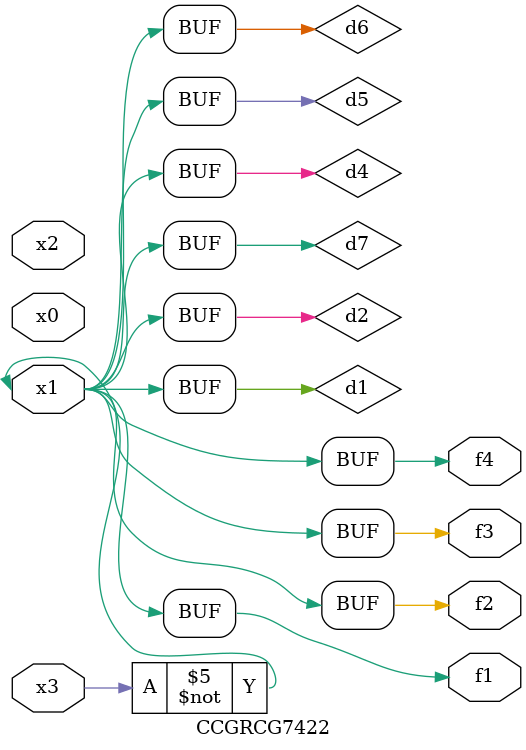
<source format=v>
module CCGRCG7422(
	input x0, x1, x2, x3,
	output f1, f2, f3, f4
);

	wire d1, d2, d3, d4, d5, d6, d7;

	not (d1, x3);
	buf (d2, x1);
	xnor (d3, d1, d2);
	nor (d4, d1);
	buf (d5, d1, d2);
	buf (d6, d4, d5);
	nand (d7, d4);
	assign f1 = d6;
	assign f2 = d7;
	assign f3 = d6;
	assign f4 = d6;
endmodule

</source>
